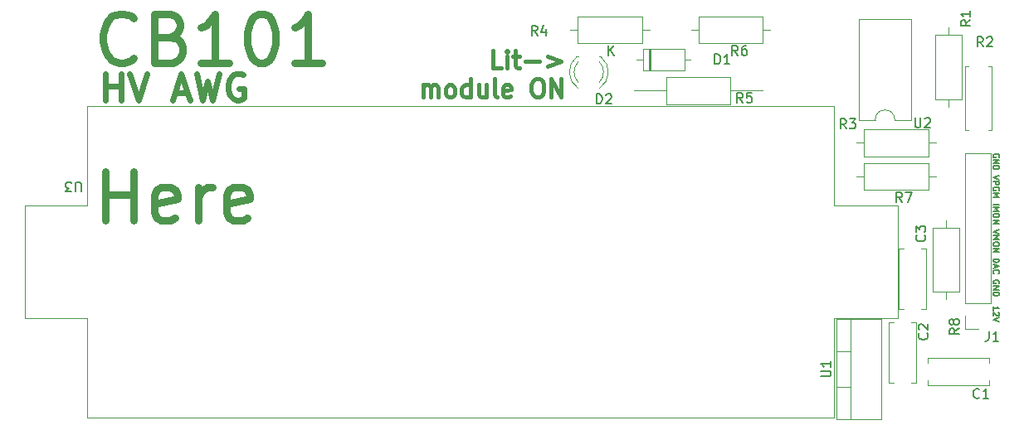
<source format=gbr>
%TF.GenerationSoftware,KiCad,Pcbnew,(6.0.5-0)*%
%TF.CreationDate,2022-06-25T14:04:27+01:00*%
%TF.ProjectId,revised_minh_design,72657669-7365-4645-9f6d-696e685f6465,rev?*%
%TF.SameCoordinates,Original*%
%TF.FileFunction,Legend,Top*%
%TF.FilePolarity,Positive*%
%FSLAX46Y46*%
G04 Gerber Fmt 4.6, Leading zero omitted, Abs format (unit mm)*
G04 Created by KiCad (PCBNEW (6.0.5-0)) date 2022-06-25 14:04:27*
%MOMM*%
%LPD*%
G01*
G04 APERTURE LIST*
%ADD10C,0.600000*%
%ADD11C,0.150000*%
%ADD12C,0.400000*%
%ADD13C,0.800000*%
%ADD14C,0.120000*%
G04 APERTURE END LIST*
D10*
X95227857Y-32844428D02*
X95227857Y-30144428D01*
X95227857Y-31430142D02*
X96770714Y-31430142D01*
X96770714Y-32844428D02*
X96770714Y-30144428D01*
X97670714Y-30144428D02*
X98570714Y-32844428D01*
X99470714Y-30144428D01*
X102299285Y-32073000D02*
X103585000Y-32073000D01*
X102042142Y-32844428D02*
X102942142Y-30144428D01*
X103842142Y-32844428D01*
X104485000Y-30144428D02*
X105127857Y-32844428D01*
X105642142Y-30915857D01*
X106156428Y-32844428D01*
X106799285Y-30144428D01*
X109242142Y-30273000D02*
X108985000Y-30144428D01*
X108599285Y-30144428D01*
X108213571Y-30273000D01*
X107956428Y-30530142D01*
X107827857Y-30787285D01*
X107699285Y-31301571D01*
X107699285Y-31687285D01*
X107827857Y-32201571D01*
X107956428Y-32458714D01*
X108213571Y-32715857D01*
X108599285Y-32844428D01*
X108856428Y-32844428D01*
X109242142Y-32715857D01*
X109370714Y-32587285D01*
X109370714Y-31687285D01*
X108856428Y-31687285D01*
D11*
X186355000Y-38663000D02*
X186383571Y-38605857D01*
X186383571Y-38520142D01*
X186355000Y-38434428D01*
X186297857Y-38377285D01*
X186240714Y-38348714D01*
X186126428Y-38320142D01*
X186040714Y-38320142D01*
X185926428Y-38348714D01*
X185869285Y-38377285D01*
X185812142Y-38434428D01*
X185783571Y-38520142D01*
X185783571Y-38577285D01*
X185812142Y-38663000D01*
X185840714Y-38691571D01*
X186040714Y-38691571D01*
X186040714Y-38577285D01*
X185783571Y-38948714D02*
X186383571Y-38948714D01*
X185783571Y-39291571D01*
X186383571Y-39291571D01*
X185783571Y-39577285D02*
X186383571Y-39577285D01*
X186383571Y-39720142D01*
X186355000Y-39805857D01*
X186297857Y-39863000D01*
X186240714Y-39891571D01*
X186126428Y-39920142D01*
X186040714Y-39920142D01*
X185926428Y-39891571D01*
X185869285Y-39863000D01*
X185812142Y-39805857D01*
X185783571Y-39720142D01*
X185783571Y-39577285D01*
X186383571Y-40548714D02*
X185783571Y-40748714D01*
X186383571Y-40948714D01*
X185783571Y-41148714D02*
X186383571Y-41148714D01*
X186383571Y-41377285D01*
X186355000Y-41434428D01*
X186326428Y-41463000D01*
X186269285Y-41491571D01*
X186183571Y-41491571D01*
X186126428Y-41463000D01*
X186097857Y-41434428D01*
X186069285Y-41377285D01*
X186069285Y-41148714D01*
X186355000Y-42063000D02*
X186383571Y-42005857D01*
X186383571Y-41920142D01*
X186355000Y-41834428D01*
X186297857Y-41777285D01*
X186240714Y-41748714D01*
X186126428Y-41720142D01*
X186040714Y-41720142D01*
X185926428Y-41748714D01*
X185869285Y-41777285D01*
X185812142Y-41834428D01*
X185783571Y-41920142D01*
X185783571Y-41977285D01*
X185812142Y-42063000D01*
X185840714Y-42091571D01*
X186040714Y-42091571D01*
X186040714Y-41977285D01*
X185783571Y-42348714D02*
X186383571Y-42348714D01*
X185955000Y-42548714D01*
X186383571Y-42748714D01*
X185783571Y-42748714D01*
X185783571Y-43491571D02*
X186383571Y-43491571D01*
X185783571Y-43777285D02*
X186383571Y-43777285D01*
X185955000Y-43977285D01*
X186383571Y-44177285D01*
X185783571Y-44177285D01*
X186383571Y-44577285D02*
X186383571Y-44691571D01*
X186355000Y-44748714D01*
X186297857Y-44805857D01*
X186183571Y-44834428D01*
X185983571Y-44834428D01*
X185869285Y-44805857D01*
X185812142Y-44748714D01*
X185783571Y-44691571D01*
X185783571Y-44577285D01*
X185812142Y-44520142D01*
X185869285Y-44463000D01*
X185983571Y-44434428D01*
X186183571Y-44434428D01*
X186297857Y-44463000D01*
X186355000Y-44520142D01*
X186383571Y-44577285D01*
X185783571Y-45091571D02*
X186383571Y-45091571D01*
X185783571Y-45434428D01*
X186383571Y-45434428D01*
X186383571Y-46091571D02*
X185783571Y-46291571D01*
X186383571Y-46491571D01*
X185783571Y-46691571D02*
X186383571Y-46691571D01*
X185955000Y-46891571D01*
X186383571Y-47091571D01*
X185783571Y-47091571D01*
X186383571Y-47491571D02*
X186383571Y-47605857D01*
X186355000Y-47663000D01*
X186297857Y-47720142D01*
X186183571Y-47748714D01*
X185983571Y-47748714D01*
X185869285Y-47720142D01*
X185812142Y-47663000D01*
X185783571Y-47605857D01*
X185783571Y-47491571D01*
X185812142Y-47434428D01*
X185869285Y-47377285D01*
X185983571Y-47348714D01*
X186183571Y-47348714D01*
X186297857Y-47377285D01*
X186355000Y-47434428D01*
X186383571Y-47491571D01*
X185783571Y-48005857D02*
X186383571Y-48005857D01*
X185783571Y-48348714D01*
X186383571Y-48348714D01*
X185783571Y-49091571D02*
X186383571Y-49091571D01*
X186383571Y-49234428D01*
X186355000Y-49320142D01*
X186297857Y-49377285D01*
X186240714Y-49405857D01*
X186126428Y-49434428D01*
X186040714Y-49434428D01*
X185926428Y-49405857D01*
X185869285Y-49377285D01*
X185812142Y-49320142D01*
X185783571Y-49234428D01*
X185783571Y-49091571D01*
X185955000Y-49663000D02*
X185955000Y-49948714D01*
X185783571Y-49605857D02*
X186383571Y-49805857D01*
X185783571Y-50005857D01*
X185840714Y-50548714D02*
X185812142Y-50520142D01*
X185783571Y-50434428D01*
X185783571Y-50377285D01*
X185812142Y-50291571D01*
X185869285Y-50234428D01*
X185926428Y-50205857D01*
X186040714Y-50177285D01*
X186126428Y-50177285D01*
X186240714Y-50205857D01*
X186297857Y-50234428D01*
X186355000Y-50291571D01*
X186383571Y-50377285D01*
X186383571Y-50434428D01*
X186355000Y-50520142D01*
X186326428Y-50548714D01*
X186355000Y-51577285D02*
X186383571Y-51520142D01*
X186383571Y-51434428D01*
X186355000Y-51348714D01*
X186297857Y-51291571D01*
X186240714Y-51263000D01*
X186126428Y-51234428D01*
X186040714Y-51234428D01*
X185926428Y-51263000D01*
X185869285Y-51291571D01*
X185812142Y-51348714D01*
X185783571Y-51434428D01*
X185783571Y-51491571D01*
X185812142Y-51577285D01*
X185840714Y-51605857D01*
X186040714Y-51605857D01*
X186040714Y-51491571D01*
X185783571Y-51863000D02*
X186383571Y-51863000D01*
X185783571Y-52205857D01*
X186383571Y-52205857D01*
X185783571Y-52491571D02*
X186383571Y-52491571D01*
X186383571Y-52634428D01*
X186355000Y-52720142D01*
X186297857Y-52777285D01*
X186240714Y-52805857D01*
X186126428Y-52834428D01*
X186040714Y-52834428D01*
X185926428Y-52805857D01*
X185869285Y-52777285D01*
X185812142Y-52720142D01*
X185783571Y-52634428D01*
X185783571Y-52491571D01*
X185783571Y-54320142D02*
X185783571Y-53977285D01*
X185783571Y-54148714D02*
X186383571Y-54148714D01*
X186297857Y-54091571D01*
X186240714Y-54034428D01*
X186212142Y-53977285D01*
X186326428Y-54548714D02*
X186355000Y-54577285D01*
X186383571Y-54634428D01*
X186383571Y-54777285D01*
X186355000Y-54834428D01*
X186326428Y-54863000D01*
X186269285Y-54891571D01*
X186212142Y-54891571D01*
X186126428Y-54863000D01*
X185783571Y-54520142D01*
X185783571Y-54891571D01*
X186383571Y-55063000D02*
X185783571Y-55263000D01*
X186383571Y-55463000D01*
D12*
X135592714Y-29591285D02*
X134735571Y-29591285D01*
X134735571Y-27791285D01*
X136192714Y-29591285D02*
X136192714Y-28391285D01*
X136192714Y-27791285D02*
X136107000Y-27877000D01*
X136192714Y-27962714D01*
X136278428Y-27877000D01*
X136192714Y-27791285D01*
X136192714Y-27962714D01*
X136792714Y-28391285D02*
X137478428Y-28391285D01*
X137049857Y-27791285D02*
X137049857Y-29334142D01*
X137135571Y-29505571D01*
X137307000Y-29591285D01*
X137478428Y-29591285D01*
X138078428Y-28905571D02*
X139449857Y-28905571D01*
X140307000Y-28391285D02*
X141678428Y-28905571D01*
X140307000Y-29419857D01*
X127621285Y-32489285D02*
X127621285Y-31289285D01*
X127621285Y-31460714D02*
X127707000Y-31375000D01*
X127878428Y-31289285D01*
X128135571Y-31289285D01*
X128307000Y-31375000D01*
X128392714Y-31546428D01*
X128392714Y-32489285D01*
X128392714Y-31546428D02*
X128478428Y-31375000D01*
X128649857Y-31289285D01*
X128907000Y-31289285D01*
X129078428Y-31375000D01*
X129164142Y-31546428D01*
X129164142Y-32489285D01*
X130278428Y-32489285D02*
X130107000Y-32403571D01*
X130021285Y-32317857D01*
X129935571Y-32146428D01*
X129935571Y-31632142D01*
X130021285Y-31460714D01*
X130107000Y-31375000D01*
X130278428Y-31289285D01*
X130535571Y-31289285D01*
X130707000Y-31375000D01*
X130792714Y-31460714D01*
X130878428Y-31632142D01*
X130878428Y-32146428D01*
X130792714Y-32317857D01*
X130707000Y-32403571D01*
X130535571Y-32489285D01*
X130278428Y-32489285D01*
X132421285Y-32489285D02*
X132421285Y-30689285D01*
X132421285Y-32403571D02*
X132249857Y-32489285D01*
X131907000Y-32489285D01*
X131735571Y-32403571D01*
X131649857Y-32317857D01*
X131564142Y-32146428D01*
X131564142Y-31632142D01*
X131649857Y-31460714D01*
X131735571Y-31375000D01*
X131907000Y-31289285D01*
X132249857Y-31289285D01*
X132421285Y-31375000D01*
X134049857Y-31289285D02*
X134049857Y-32489285D01*
X133278428Y-31289285D02*
X133278428Y-32232142D01*
X133364142Y-32403571D01*
X133535571Y-32489285D01*
X133792714Y-32489285D01*
X133964142Y-32403571D01*
X134049857Y-32317857D01*
X135164142Y-32489285D02*
X134992714Y-32403571D01*
X134907000Y-32232142D01*
X134907000Y-30689285D01*
X136535571Y-32403571D02*
X136364142Y-32489285D01*
X136021285Y-32489285D01*
X135849857Y-32403571D01*
X135764142Y-32232142D01*
X135764142Y-31546428D01*
X135849857Y-31375000D01*
X136021285Y-31289285D01*
X136364142Y-31289285D01*
X136535571Y-31375000D01*
X136621285Y-31546428D01*
X136621285Y-31717857D01*
X135764142Y-31889285D01*
X139107000Y-30689285D02*
X139449857Y-30689285D01*
X139621285Y-30775000D01*
X139792714Y-30946428D01*
X139878428Y-31289285D01*
X139878428Y-31889285D01*
X139792714Y-32232142D01*
X139621285Y-32403571D01*
X139449857Y-32489285D01*
X139107000Y-32489285D01*
X138935571Y-32403571D01*
X138764142Y-32232142D01*
X138678428Y-31889285D01*
X138678428Y-31289285D01*
X138764142Y-30946428D01*
X138935571Y-30775000D01*
X139107000Y-30689285D01*
X140649857Y-32489285D02*
X140649857Y-30689285D01*
X141678428Y-32489285D01*
X141678428Y-30689285D01*
D13*
X98039619Y-28533714D02*
X97801523Y-28771809D01*
X97087238Y-29009904D01*
X96611047Y-29009904D01*
X95896761Y-28771809D01*
X95420571Y-28295619D01*
X95182476Y-27819428D01*
X94944380Y-26867047D01*
X94944380Y-26152761D01*
X95182476Y-25200380D01*
X95420571Y-24724190D01*
X95896761Y-24248000D01*
X96611047Y-24009904D01*
X97087238Y-24009904D01*
X97801523Y-24248000D01*
X98039619Y-24486095D01*
X101849142Y-26390857D02*
X102563428Y-26628952D01*
X102801523Y-26867047D01*
X103039619Y-27343238D01*
X103039619Y-28057523D01*
X102801523Y-28533714D01*
X102563428Y-28771809D01*
X102087238Y-29009904D01*
X100182476Y-29009904D01*
X100182476Y-24009904D01*
X101849142Y-24009904D01*
X102325333Y-24248000D01*
X102563428Y-24486095D01*
X102801523Y-24962285D01*
X102801523Y-25438476D01*
X102563428Y-25914666D01*
X102325333Y-26152761D01*
X101849142Y-26390857D01*
X100182476Y-26390857D01*
X107801523Y-29009904D02*
X104944380Y-29009904D01*
X106372952Y-29009904D02*
X106372952Y-24009904D01*
X105896761Y-24724190D01*
X105420571Y-25200380D01*
X104944380Y-25438476D01*
X110896761Y-24009904D02*
X111372952Y-24009904D01*
X111849142Y-24248000D01*
X112087238Y-24486095D01*
X112325333Y-24962285D01*
X112563428Y-25914666D01*
X112563428Y-27105142D01*
X112325333Y-28057523D01*
X112087238Y-28533714D01*
X111849142Y-28771809D01*
X111372952Y-29009904D01*
X110896761Y-29009904D01*
X110420571Y-28771809D01*
X110182476Y-28533714D01*
X109944380Y-28057523D01*
X109706285Y-27105142D01*
X109706285Y-25914666D01*
X109944380Y-24962285D01*
X110182476Y-24486095D01*
X110420571Y-24248000D01*
X110896761Y-24009904D01*
X117325333Y-29009904D02*
X114468190Y-29009904D01*
X115896761Y-29009904D02*
X115896761Y-24009904D01*
X115420571Y-24724190D01*
X114944380Y-25200380D01*
X114468190Y-25438476D01*
X95182476Y-45109904D02*
X95182476Y-40109904D01*
X95182476Y-42490857D02*
X98039619Y-42490857D01*
X98039619Y-45109904D02*
X98039619Y-40109904D01*
X102325333Y-44871809D02*
X101849142Y-45109904D01*
X100896761Y-45109904D01*
X100420571Y-44871809D01*
X100182476Y-44395619D01*
X100182476Y-42490857D01*
X100420571Y-42014666D01*
X100896761Y-41776571D01*
X101849142Y-41776571D01*
X102325333Y-42014666D01*
X102563428Y-42490857D01*
X102563428Y-42967047D01*
X100182476Y-43443238D01*
X104706285Y-45109904D02*
X104706285Y-41776571D01*
X104706285Y-42728952D02*
X104944380Y-42252761D01*
X105182476Y-42014666D01*
X105658666Y-41776571D01*
X106134857Y-41776571D01*
X109706285Y-44871809D02*
X109230095Y-45109904D01*
X108277714Y-45109904D01*
X107801523Y-44871809D01*
X107563428Y-44395619D01*
X107563428Y-42490857D01*
X107801523Y-42014666D01*
X108277714Y-41776571D01*
X109230095Y-41776571D01*
X109706285Y-42014666D01*
X109944380Y-42490857D01*
X109944380Y-42967047D01*
X107563428Y-43443238D01*
D11*
%TO.C,R1*%
X183459380Y-24677666D02*
X182983190Y-25011000D01*
X183459380Y-25249095D02*
X182459380Y-25249095D01*
X182459380Y-24868142D01*
X182507000Y-24772904D01*
X182554619Y-24725285D01*
X182649857Y-24677666D01*
X182792714Y-24677666D01*
X182887952Y-24725285D01*
X182935571Y-24772904D01*
X182983190Y-24868142D01*
X182983190Y-25249095D01*
X183459380Y-23725285D02*
X183459380Y-24296714D01*
X183459380Y-24011000D02*
X182459380Y-24011000D01*
X182602238Y-24106238D01*
X182697476Y-24201476D01*
X182745095Y-24296714D01*
%TO.C,D1*%
X157376904Y-29154380D02*
X157376904Y-28154380D01*
X157615000Y-28154380D01*
X157757857Y-28202000D01*
X157853095Y-28297238D01*
X157900714Y-28392476D01*
X157948333Y-28582952D01*
X157948333Y-28725809D01*
X157900714Y-28916285D01*
X157853095Y-29011523D01*
X157757857Y-29106761D01*
X157615000Y-29154380D01*
X157376904Y-29154380D01*
X158900714Y-29154380D02*
X158329285Y-29154380D01*
X158615000Y-29154380D02*
X158615000Y-28154380D01*
X158519761Y-28297238D01*
X158424523Y-28392476D01*
X158329285Y-28440095D01*
X146550095Y-28265380D02*
X146550095Y-27265380D01*
X147121523Y-28265380D02*
X146692952Y-27693952D01*
X147121523Y-27265380D02*
X146550095Y-27836809D01*
%TO.C,C1*%
X184364333Y-63222142D02*
X184316714Y-63269761D01*
X184173857Y-63317380D01*
X184078619Y-63317380D01*
X183935761Y-63269761D01*
X183840523Y-63174523D01*
X183792904Y-63079285D01*
X183745285Y-62888809D01*
X183745285Y-62745952D01*
X183792904Y-62555476D01*
X183840523Y-62460238D01*
X183935761Y-62365000D01*
X184078619Y-62317380D01*
X184173857Y-62317380D01*
X184316714Y-62365000D01*
X184364333Y-62412619D01*
X185316714Y-63317380D02*
X184745285Y-63317380D01*
X185031000Y-63317380D02*
X185031000Y-62317380D01*
X184935761Y-62460238D01*
X184840523Y-62555476D01*
X184745285Y-62603095D01*
%TO.C,R7*%
X176490333Y-43251380D02*
X176157000Y-42775190D01*
X175918904Y-43251380D02*
X175918904Y-42251380D01*
X176299857Y-42251380D01*
X176395095Y-42299000D01*
X176442714Y-42346619D01*
X176490333Y-42441857D01*
X176490333Y-42584714D01*
X176442714Y-42679952D01*
X176395095Y-42727571D01*
X176299857Y-42775190D01*
X175918904Y-42775190D01*
X176823666Y-42251380D02*
X177490333Y-42251380D01*
X177061761Y-43251380D01*
%TO.C,R5*%
X160234333Y-33091380D02*
X159901000Y-32615190D01*
X159662904Y-33091380D02*
X159662904Y-32091380D01*
X160043857Y-32091380D01*
X160139095Y-32139000D01*
X160186714Y-32186619D01*
X160234333Y-32281857D01*
X160234333Y-32424714D01*
X160186714Y-32519952D01*
X160139095Y-32567571D01*
X160043857Y-32615190D01*
X159662904Y-32615190D01*
X161139095Y-32091380D02*
X160662904Y-32091380D01*
X160615285Y-32567571D01*
X160662904Y-32519952D01*
X160758142Y-32472333D01*
X160996238Y-32472333D01*
X161091476Y-32519952D01*
X161139095Y-32567571D01*
X161186714Y-32662809D01*
X161186714Y-32900904D01*
X161139095Y-32996142D01*
X161091476Y-33043761D01*
X160996238Y-33091380D01*
X160758142Y-33091380D01*
X160662904Y-33043761D01*
X160615285Y-32996142D01*
%TO.C, *%
%TO.C,R4*%
X139279333Y-26233380D02*
X138946000Y-25757190D01*
X138707904Y-26233380D02*
X138707904Y-25233380D01*
X139088857Y-25233380D01*
X139184095Y-25281000D01*
X139231714Y-25328619D01*
X139279333Y-25423857D01*
X139279333Y-25566714D01*
X139231714Y-25661952D01*
X139184095Y-25709571D01*
X139088857Y-25757190D01*
X138707904Y-25757190D01*
X140136476Y-25566714D02*
X140136476Y-26233380D01*
X139898380Y-25185761D02*
X139660285Y-25900047D01*
X140279333Y-25900047D01*
%TO.C,D2*%
X145311904Y-33218380D02*
X145311904Y-32218380D01*
X145550000Y-32218380D01*
X145692857Y-32266000D01*
X145788095Y-32361238D01*
X145835714Y-32456476D01*
X145883333Y-32646952D01*
X145883333Y-32789809D01*
X145835714Y-32980285D01*
X145788095Y-33075523D01*
X145692857Y-33170761D01*
X145550000Y-33218380D01*
X145311904Y-33218380D01*
X146264285Y-32313619D02*
X146311904Y-32266000D01*
X146407142Y-32218380D01*
X146645238Y-32218380D01*
X146740476Y-32266000D01*
X146788095Y-32313619D01*
X146835714Y-32408857D01*
X146835714Y-32504095D01*
X146788095Y-32646952D01*
X146216666Y-33218380D01*
X146835714Y-33218380D01*
%TO.C,U1*%
X168212380Y-61086904D02*
X169021904Y-61086904D01*
X169117142Y-61039285D01*
X169164761Y-60991666D01*
X169212380Y-60896428D01*
X169212380Y-60705952D01*
X169164761Y-60610714D01*
X169117142Y-60563095D01*
X169021904Y-60515476D01*
X168212380Y-60515476D01*
X169212380Y-59515476D02*
X169212380Y-60086904D01*
X169212380Y-59801190D02*
X168212380Y-59801190D01*
X168355238Y-59896428D01*
X168450476Y-59991666D01*
X168498095Y-60086904D01*
%TO.C,C2*%
X179046142Y-56681666D02*
X179093761Y-56729285D01*
X179141380Y-56872142D01*
X179141380Y-56967380D01*
X179093761Y-57110238D01*
X178998523Y-57205476D01*
X178903285Y-57253095D01*
X178712809Y-57300714D01*
X178569952Y-57300714D01*
X178379476Y-57253095D01*
X178284238Y-57205476D01*
X178189000Y-57110238D01*
X178141380Y-56967380D01*
X178141380Y-56872142D01*
X178189000Y-56729285D01*
X178236619Y-56681666D01*
X178236619Y-56300714D02*
X178189000Y-56253095D01*
X178141380Y-56157857D01*
X178141380Y-55919761D01*
X178189000Y-55824523D01*
X178236619Y-55776904D01*
X178331857Y-55729285D01*
X178427095Y-55729285D01*
X178569952Y-55776904D01*
X179141380Y-56348333D01*
X179141380Y-55729285D01*
%TO.C,C3*%
X178792142Y-46648666D02*
X178839761Y-46696285D01*
X178887380Y-46839142D01*
X178887380Y-46934380D01*
X178839761Y-47077238D01*
X178744523Y-47172476D01*
X178649285Y-47220095D01*
X178458809Y-47267714D01*
X178315952Y-47267714D01*
X178125476Y-47220095D01*
X178030238Y-47172476D01*
X177935000Y-47077238D01*
X177887380Y-46934380D01*
X177887380Y-46839142D01*
X177935000Y-46696285D01*
X177982619Y-46648666D01*
X177887380Y-46315333D02*
X177887380Y-45696285D01*
X178268333Y-46029619D01*
X178268333Y-45886761D01*
X178315952Y-45791523D01*
X178363571Y-45743904D01*
X178458809Y-45696285D01*
X178696904Y-45696285D01*
X178792142Y-45743904D01*
X178839761Y-45791523D01*
X178887380Y-45886761D01*
X178887380Y-46172476D01*
X178839761Y-46267714D01*
X178792142Y-46315333D01*
%TO.C,R6*%
X159726333Y-28265380D02*
X159393000Y-27789190D01*
X159154904Y-28265380D02*
X159154904Y-27265380D01*
X159535857Y-27265380D01*
X159631095Y-27313000D01*
X159678714Y-27360619D01*
X159726333Y-27455857D01*
X159726333Y-27598714D01*
X159678714Y-27693952D01*
X159631095Y-27741571D01*
X159535857Y-27789190D01*
X159154904Y-27789190D01*
X160583476Y-27265380D02*
X160393000Y-27265380D01*
X160297761Y-27313000D01*
X160250142Y-27360619D01*
X160154904Y-27503476D01*
X160107285Y-27693952D01*
X160107285Y-28074904D01*
X160154904Y-28170142D01*
X160202523Y-28217761D01*
X160297761Y-28265380D01*
X160488238Y-28265380D01*
X160583476Y-28217761D01*
X160631095Y-28170142D01*
X160678714Y-28074904D01*
X160678714Y-27836809D01*
X160631095Y-27741571D01*
X160583476Y-27693952D01*
X160488238Y-27646333D01*
X160297761Y-27646333D01*
X160202523Y-27693952D01*
X160154904Y-27741571D01*
X160107285Y-27836809D01*
%TO.C,R8*%
X182316380Y-56173666D02*
X181840190Y-56507000D01*
X182316380Y-56745095D02*
X181316380Y-56745095D01*
X181316380Y-56364142D01*
X181364000Y-56268904D01*
X181411619Y-56221285D01*
X181506857Y-56173666D01*
X181649714Y-56173666D01*
X181744952Y-56221285D01*
X181792571Y-56268904D01*
X181840190Y-56364142D01*
X181840190Y-56745095D01*
X181744952Y-55602238D02*
X181697333Y-55697476D01*
X181649714Y-55745095D01*
X181554476Y-55792714D01*
X181506857Y-55792714D01*
X181411619Y-55745095D01*
X181364000Y-55697476D01*
X181316380Y-55602238D01*
X181316380Y-55411761D01*
X181364000Y-55316523D01*
X181411619Y-55268904D01*
X181506857Y-55221285D01*
X181554476Y-55221285D01*
X181649714Y-55268904D01*
X181697333Y-55316523D01*
X181744952Y-55411761D01*
X181744952Y-55602238D01*
X181792571Y-55697476D01*
X181840190Y-55745095D01*
X181935428Y-55792714D01*
X182125904Y-55792714D01*
X182221142Y-55745095D01*
X182268761Y-55697476D01*
X182316380Y-55602238D01*
X182316380Y-55411761D01*
X182268761Y-55316523D01*
X182221142Y-55268904D01*
X182125904Y-55221285D01*
X181935428Y-55221285D01*
X181840190Y-55268904D01*
X181792571Y-55316523D01*
X181744952Y-55411761D01*
%TO.C,J1*%
X185340666Y-56475380D02*
X185340666Y-57189666D01*
X185293047Y-57332523D01*
X185197809Y-57427761D01*
X185054952Y-57475380D01*
X184959714Y-57475380D01*
X186340666Y-57475380D02*
X185769238Y-57475380D01*
X186054952Y-57475380D02*
X186054952Y-56475380D01*
X185959714Y-56618238D01*
X185864476Y-56713476D01*
X185769238Y-56761095D01*
%TO.C,R3*%
X170775333Y-35758380D02*
X170442000Y-35282190D01*
X170203904Y-35758380D02*
X170203904Y-34758380D01*
X170584857Y-34758380D01*
X170680095Y-34806000D01*
X170727714Y-34853619D01*
X170775333Y-34948857D01*
X170775333Y-35091714D01*
X170727714Y-35186952D01*
X170680095Y-35234571D01*
X170584857Y-35282190D01*
X170203904Y-35282190D01*
X171108666Y-34758380D02*
X171727714Y-34758380D01*
X171394380Y-35139333D01*
X171537238Y-35139333D01*
X171632476Y-35186952D01*
X171680095Y-35234571D01*
X171727714Y-35329809D01*
X171727714Y-35567904D01*
X171680095Y-35663142D01*
X171632476Y-35710761D01*
X171537238Y-35758380D01*
X171251523Y-35758380D01*
X171156285Y-35710761D01*
X171108666Y-35663142D01*
%TO.C, *%
%TO.C,R2*%
X184745333Y-27376380D02*
X184412000Y-26900190D01*
X184173904Y-27376380D02*
X184173904Y-26376380D01*
X184554857Y-26376380D01*
X184650095Y-26424000D01*
X184697714Y-26471619D01*
X184745333Y-26566857D01*
X184745333Y-26709714D01*
X184697714Y-26804952D01*
X184650095Y-26852571D01*
X184554857Y-26900190D01*
X184173904Y-26900190D01*
X185126285Y-26471619D02*
X185173904Y-26424000D01*
X185269142Y-26376380D01*
X185507238Y-26376380D01*
X185602476Y-26424000D01*
X185650095Y-26471619D01*
X185697714Y-26566857D01*
X185697714Y-26662095D01*
X185650095Y-26804952D01*
X185078666Y-27376380D01*
X185697714Y-27376380D01*
%TO.C,U2*%
X177800095Y-34631380D02*
X177800095Y-35440904D01*
X177847714Y-35536142D01*
X177895333Y-35583761D01*
X177990571Y-35631380D01*
X178181047Y-35631380D01*
X178276285Y-35583761D01*
X178323904Y-35536142D01*
X178371523Y-35440904D01*
X178371523Y-34631380D01*
X178800095Y-34726619D02*
X178847714Y-34679000D01*
X178942952Y-34631380D01*
X179181047Y-34631380D01*
X179276285Y-34679000D01*
X179323904Y-34726619D01*
X179371523Y-34821857D01*
X179371523Y-34917095D01*
X179323904Y-35059952D01*
X178752476Y-35631380D01*
X179371523Y-35631380D01*
%TO.C,U3*%
X92709904Y-42203619D02*
X92709904Y-41394095D01*
X92662285Y-41298857D01*
X92614666Y-41251238D01*
X92519428Y-41203619D01*
X92328952Y-41203619D01*
X92233714Y-41251238D01*
X92186095Y-41298857D01*
X92138476Y-41394095D01*
X92138476Y-42203619D01*
X91757523Y-42203619D02*
X91138476Y-42203619D01*
X91471809Y-41822666D01*
X91328952Y-41822666D01*
X91233714Y-41775047D01*
X91186095Y-41727428D01*
X91138476Y-41632190D01*
X91138476Y-41394095D01*
X91186095Y-41298857D01*
X91233714Y-41251238D01*
X91328952Y-41203619D01*
X91614666Y-41203619D01*
X91709904Y-41251238D01*
X91757523Y-41298857D01*
D14*
%TO.C,R1*%
X179859000Y-26194000D02*
X179859000Y-32734000D01*
X181229000Y-25424000D02*
X181229000Y-26194000D01*
X182599000Y-26194000D02*
X179859000Y-26194000D01*
X179859000Y-32734000D02*
X182599000Y-32734000D01*
X182599000Y-32734000D02*
X182599000Y-26194000D01*
X181229000Y-33504000D02*
X181229000Y-32734000D01*
%TO.C,D1*%
X150026000Y-29822000D02*
X154266000Y-29822000D01*
X154266000Y-29822000D02*
X154266000Y-27582000D01*
X150026000Y-27582000D02*
X150026000Y-29822000D01*
X149376000Y-28702000D02*
X150026000Y-28702000D01*
X150746000Y-27582000D02*
X150746000Y-29822000D01*
X150626000Y-27582000D02*
X150626000Y-29822000D01*
X150866000Y-27582000D02*
X150866000Y-29822000D01*
X154266000Y-27582000D02*
X150026000Y-27582000D01*
X154916000Y-28702000D02*
X154266000Y-28702000D01*
%TO.C,C1*%
X179125000Y-59654000D02*
X179125000Y-59209000D01*
X179125000Y-61949000D02*
X179125000Y-61504000D01*
X185365000Y-61949000D02*
X179125000Y-61949000D01*
X185365000Y-61949000D02*
X185365000Y-61504000D01*
X185365000Y-59654000D02*
X185365000Y-59209000D01*
X185365000Y-59209000D02*
X179125000Y-59209000D01*
%TO.C,R7*%
X179165000Y-42010000D02*
X179165000Y-39270000D01*
X179165000Y-39270000D02*
X172625000Y-39270000D01*
X172625000Y-39270000D02*
X172625000Y-42010000D01*
X179935000Y-40640000D02*
X179165000Y-40640000D01*
X172625000Y-42010000D02*
X179165000Y-42010000D01*
X171855000Y-40640000D02*
X172625000Y-40640000D01*
%TO.C,R5*%
X158972000Y-30507000D02*
X152432000Y-30507000D01*
X152432000Y-33247000D02*
X158972000Y-33247000D01*
X158972000Y-33247000D02*
X158972000Y-30507000D01*
X162282000Y-31877000D02*
X158972000Y-31877000D01*
X152432000Y-30507000D02*
X152432000Y-33247000D01*
X149122000Y-31877000D02*
X152432000Y-31877000D01*
%TO.C,R4*%
X143415000Y-24284000D02*
X143415000Y-27024000D01*
X142645000Y-25654000D02*
X143415000Y-25654000D01*
X149955000Y-27024000D02*
X149955000Y-24284000D01*
X150725000Y-25654000D02*
X149955000Y-25654000D01*
X143415000Y-27024000D02*
X149955000Y-27024000D01*
X149955000Y-24284000D02*
X143415000Y-24284000D01*
%TO.C,D2*%
X143446000Y-28407000D02*
X143290000Y-28407000D01*
X145762000Y-28407000D02*
X145606000Y-28407000D01*
X143290484Y-28407000D02*
G75*
G03*
X143447392Y-31639335I1235516J-1560000D01*
G01*
X143446000Y-28926039D02*
G75*
G03*
X143446163Y-31008130I1080000J-1040961D01*
G01*
X145605837Y-31008130D02*
G75*
G03*
X145606000Y-28926039I-1079837J1041130D01*
G01*
X145604608Y-31639335D02*
G75*
G03*
X145761516Y-28407000I-1078608J1672335D01*
G01*
%TO.C,U1*%
X169760000Y-55205000D02*
X174401000Y-55205000D01*
X169760000Y-58474000D02*
X171270000Y-58474000D01*
X174401000Y-65445000D02*
X174401000Y-55205000D01*
X169760000Y-65445000D02*
X169760000Y-55205000D01*
X171270000Y-65445000D02*
X171270000Y-55205000D01*
X169760000Y-65445000D02*
X174401000Y-65445000D01*
X169760000Y-62175000D02*
X171270000Y-62175000D01*
%TO.C,C2*%
X177900000Y-61754000D02*
X177455000Y-61754000D01*
X175160000Y-55514000D02*
X175160000Y-61754000D01*
X175605000Y-55514000D02*
X175160000Y-55514000D01*
X177900000Y-55514000D02*
X177900000Y-61754000D01*
X175605000Y-61754000D02*
X175160000Y-61754000D01*
X177900000Y-55514000D02*
X177455000Y-55514000D01*
%TO.C,C3*%
X178471000Y-54214000D02*
X178916000Y-54214000D01*
X176176000Y-54214000D02*
X176621000Y-54214000D01*
X176176000Y-47974000D02*
X176621000Y-47974000D01*
X176176000Y-54214000D02*
X176176000Y-47974000D01*
X178916000Y-54214000D02*
X178916000Y-47974000D01*
X178471000Y-47974000D02*
X178916000Y-47974000D01*
%TO.C,R6*%
X163044000Y-25654000D02*
X162274000Y-25654000D01*
X162274000Y-27024000D02*
X162274000Y-24284000D01*
X155734000Y-27024000D02*
X162274000Y-27024000D01*
X155734000Y-24284000D02*
X155734000Y-27024000D01*
X154964000Y-25654000D02*
X155734000Y-25654000D01*
X162274000Y-24284000D02*
X155734000Y-24284000D01*
%TO.C,R8*%
X180975000Y-45109000D02*
X180975000Y-45879000D01*
X182345000Y-52419000D02*
X182345000Y-45879000D01*
X179605000Y-45879000D02*
X179605000Y-52419000D01*
X179605000Y-52419000D02*
X182345000Y-52419000D01*
X182345000Y-45879000D02*
X179605000Y-45879000D01*
X180975000Y-53189000D02*
X180975000Y-52419000D01*
%TO.C,J1*%
X184252000Y-56194000D02*
X182922000Y-56194000D01*
X185582000Y-53594000D02*
X182922000Y-53594000D01*
X185582000Y-38294000D02*
X182922000Y-38294000D01*
X182922000Y-56194000D02*
X182922000Y-54864000D01*
X182922000Y-53594000D02*
X182922000Y-38294000D01*
X185582000Y-53594000D02*
X185582000Y-38294000D01*
%TO.C,R3*%
X179165000Y-38581000D02*
X179165000Y-35841000D01*
X179935000Y-37211000D02*
X179165000Y-37211000D01*
X172625000Y-35841000D02*
X172625000Y-38581000D01*
X179165000Y-35841000D02*
X172625000Y-35841000D01*
X171855000Y-37211000D02*
X172625000Y-37211000D01*
X172625000Y-38581000D02*
X179165000Y-38581000D01*
%TO.C,R2*%
X182907000Y-35909000D02*
X183237000Y-35909000D01*
X185647000Y-29369000D02*
X185647000Y-35909000D01*
X182907000Y-29369000D02*
X182907000Y-35909000D01*
X183237000Y-29369000D02*
X182907000Y-29369000D01*
X185647000Y-35909000D02*
X185317000Y-35909000D01*
X185317000Y-29369000D02*
X185647000Y-29369000D01*
%TO.C,U2*%
X172092000Y-34848000D02*
X173742000Y-34848000D01*
X177392000Y-34848000D02*
X177392000Y-24568000D01*
X177392000Y-24568000D02*
X172092000Y-24568000D01*
X175742000Y-34848000D02*
X177392000Y-34848000D01*
X172092000Y-24568000D02*
X172092000Y-34848000D01*
X175742000Y-34848000D02*
G75*
G03*
X173742000Y-34848000I-1000000J0D01*
G01*
%TO.C,U3*%
X176025800Y-55104400D02*
X169548800Y-55104400D01*
X86998800Y-55104400D02*
X93348800Y-55104400D01*
X169548800Y-55104400D02*
X169548800Y-65264400D01*
X176025800Y-55104400D02*
X176025800Y-49364400D01*
X93348800Y-43598400D02*
X93348800Y-33464400D01*
X176025800Y-43598400D02*
X169548800Y-43598400D01*
X86998800Y-43598400D02*
X86998800Y-49338400D01*
X169548800Y-65264400D02*
X93348800Y-65264400D01*
X86998800Y-49364400D02*
X86998800Y-55104400D01*
X86998800Y-43598400D02*
X93348800Y-43598400D01*
X169548800Y-43598400D02*
X169548800Y-33464400D01*
X93348800Y-65264400D02*
X93348800Y-55104400D01*
X169548800Y-65264400D02*
X169548800Y-59464400D01*
X176025800Y-49338400D02*
X176025800Y-43598400D01*
X169548800Y-33464400D02*
X93348800Y-33464400D01*
%TD*%
M02*

</source>
